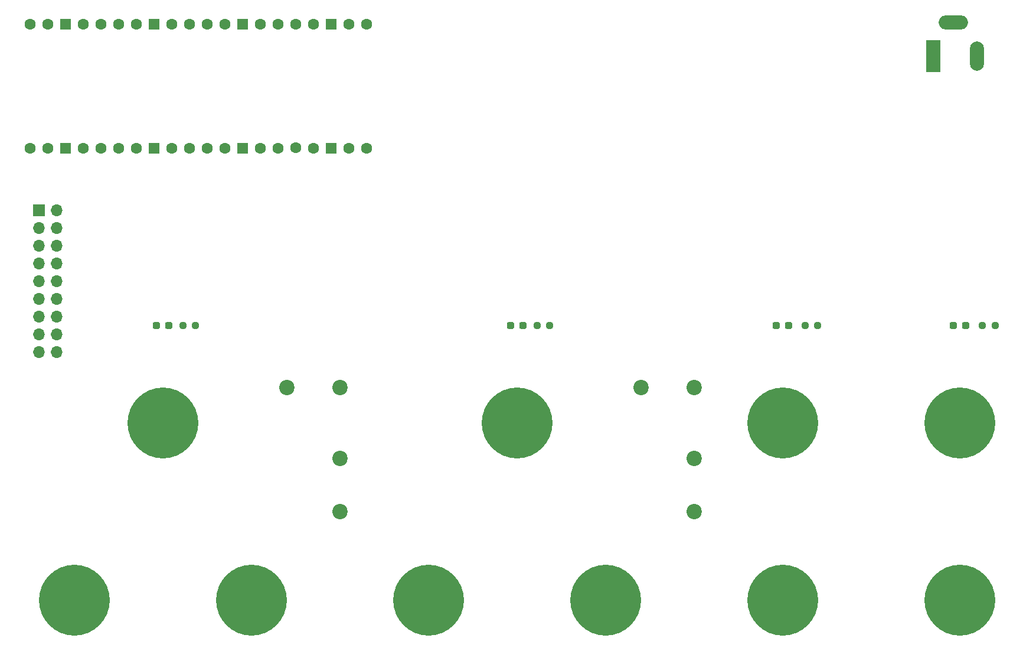
<source format=gts>
G04 #@! TF.GenerationSoftware,KiCad,Pcbnew,6.0.2+dfsg-1*
G04 #@! TF.CreationDate,2023-02-25T17:51:14+02:00*
G04 #@! TF.ProjectId,pina,70696e61-2e6b-4696-9361-645f70636258,rev?*
G04 #@! TF.SameCoordinates,Original*
G04 #@! TF.FileFunction,Soldermask,Top*
G04 #@! TF.FilePolarity,Negative*
%FSLAX46Y46*%
G04 Gerber Fmt 4.6, Leading zero omitted, Abs format (unit mm)*
G04 Created by KiCad (PCBNEW 6.0.2+dfsg-1) date 2023-02-25 17:51:14*
%MOMM*%
%LPD*%
G01*
G04 APERTURE LIST*
G04 Aperture macros list*
%AMRoundRect*
0 Rectangle with rounded corners*
0 $1 Rounding radius*
0 $2 $3 $4 $5 $6 $7 $8 $9 X,Y pos of 4 corners*
0 Add a 4 corners polygon primitive as box body*
4,1,4,$2,$3,$4,$5,$6,$7,$8,$9,$2,$3,0*
0 Add four circle primitives for the rounded corners*
1,1,$1+$1,$2,$3*
1,1,$1+$1,$4,$5*
1,1,$1+$1,$6,$7*
1,1,$1+$1,$8,$9*
0 Add four rect primitives between the rounded corners*
20,1,$1+$1,$2,$3,$4,$5,0*
20,1,$1+$1,$4,$5,$6,$7,0*
20,1,$1+$1,$6,$7,$8,$9,0*
20,1,$1+$1,$8,$9,$2,$3,0*%
G04 Aperture macros list end*
%ADD10RoundRect,0.237500X-0.287500X-0.237500X0.287500X-0.237500X0.287500X0.237500X-0.287500X0.237500X0*%
%ADD11C,10.160000*%
%ADD12RoundRect,0.237500X0.250000X0.237500X-0.250000X0.237500X-0.250000X-0.237500X0.250000X-0.237500X0*%
%ADD13C,1.600000*%
%ADD14RoundRect,0.200000X0.600000X-0.600000X0.600000X0.600000X-0.600000X0.600000X-0.600000X-0.600000X0*%
%ADD15R,1.700000X1.700000*%
%ADD16O,1.700000X1.700000*%
%ADD17R,2.000000X4.600000*%
%ADD18O,2.000000X4.200000*%
%ADD19O,4.200000X2.000000*%
%ADD20C,2.200000*%
G04 APERTURE END LIST*
D10*
X221629000Y-87884000D03*
X223379000Y-87884000D03*
D11*
X222504000Y-127254000D03*
D12*
X112926500Y-87884000D03*
X111101500Y-87884000D03*
D11*
X171704000Y-127254000D03*
X146304000Y-127254000D03*
D12*
X163726500Y-87884000D03*
X161901500Y-87884000D03*
D11*
X95504000Y-127254000D03*
X197104000Y-101854000D03*
D13*
X89154000Y-62484000D03*
X91694000Y-62484000D03*
D14*
X94234000Y-62484000D03*
D13*
X96774000Y-62484000D03*
X99314000Y-62484000D03*
X101854000Y-62484000D03*
X104394000Y-62484000D03*
D14*
X106934000Y-62484000D03*
D13*
X109474000Y-62484000D03*
X112014000Y-62484000D03*
X114554000Y-62484000D03*
X117094000Y-62484000D03*
D14*
X119634000Y-62484000D03*
D13*
X122174000Y-62484000D03*
X124714000Y-62484000D03*
X127254000Y-62442119D03*
X129794000Y-62484000D03*
D14*
X132334000Y-62484000D03*
D13*
X134874000Y-62484000D03*
X137414000Y-62484000D03*
X137414000Y-44704000D03*
X134874000Y-44704000D03*
D14*
X132334000Y-44704000D03*
D13*
X129794000Y-44704000D03*
X127254000Y-44704000D03*
X124714000Y-44704000D03*
X122174000Y-44704000D03*
D14*
X119634000Y-44704000D03*
D13*
X117094000Y-44704000D03*
X114554000Y-44704000D03*
X112014000Y-44704000D03*
X109474000Y-44704000D03*
D14*
X106934000Y-44704000D03*
D13*
X104394000Y-44704000D03*
X101854000Y-44704000D03*
X99314000Y-44704000D03*
X96774000Y-44704000D03*
D14*
X94234000Y-44704000D03*
D13*
X91694000Y-44704000D03*
X89154000Y-44704000D03*
D10*
X107329000Y-87884000D03*
X109079000Y-87884000D03*
D11*
X197104000Y-127254000D03*
D12*
X202159000Y-87884000D03*
X200334000Y-87884000D03*
D11*
X108204000Y-101854000D03*
D15*
X90424000Y-71374000D03*
D16*
X92964000Y-71374000D03*
X90424000Y-73914000D03*
X92964000Y-73914000D03*
X90424000Y-76454000D03*
X92964000Y-76454000D03*
X90424000Y-78994000D03*
X92964000Y-78994000D03*
X90424000Y-81534000D03*
X92964000Y-81534000D03*
X90424000Y-84074000D03*
X92964000Y-84074000D03*
X90424000Y-86614000D03*
X92964000Y-86614000D03*
X90424000Y-89154000D03*
X92964000Y-89154000D03*
X90424000Y-91694000D03*
X92964000Y-91694000D03*
D11*
X120904000Y-127254000D03*
D17*
X218702000Y-49272000D03*
D18*
X225002000Y-49272000D03*
D19*
X221602000Y-44472000D03*
D10*
X158129000Y-87884000D03*
X159879000Y-87884000D03*
D11*
X159004000Y-101854000D03*
D10*
X196229000Y-87884000D03*
X197979000Y-87884000D03*
D11*
X222504000Y-101854000D03*
D12*
X227584000Y-87884000D03*
X225759000Y-87884000D03*
D20*
X184404000Y-96774000D03*
X184404000Y-106934000D03*
X184404000Y-114554000D03*
X176784000Y-96774000D03*
X133604000Y-96774000D03*
X133604000Y-106934000D03*
X133604000Y-114554000D03*
X125984000Y-96774000D03*
M02*

</source>
